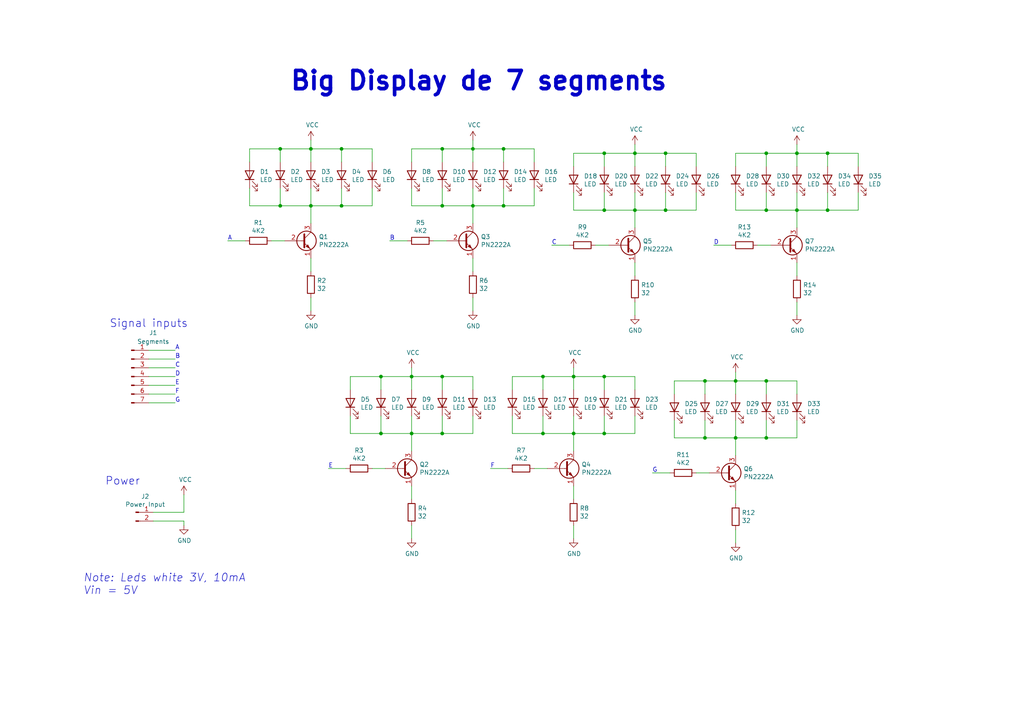
<source format=kicad_sch>
(kicad_sch (version 20211123) (generator eeschema)
  (paper "A4")
  (title_block (title "Big Display 7 segments") (date "2020-03-05") (rev "v1") (company "Alejandro Leyva"))
  (lib_symbols
    (symbol "Connector:Conn_01x02_Male" (pin_names (offset 1.016) hide)
      (property "Reference" "J" (at 0 2.54 0))
      (property "Value" "Conn_01x02_Male" (at 0 -5.08 0))
      (symbol "Conn_01x02_Male_1_1"
        (polyline (pts (xy 1.27 -2.54) (xy 0.8636 -2.54)) (stroke (width 0.1524)))
        (polyline (pts (xy 1.27 0) (xy 0.8636 0)) (stroke (width 0.1524)))
        (rectangle (start 0.8636 -2.413) (end 0 -2.667) (stroke (width 0.1524)) (fill (type outline)))
        (rectangle (start 0.8636 0.127) (end 0 -0.127) (stroke (width 0.1524)) (fill (type outline)))
        (pin passive line (at 5.08 0 180) (length 3.81) (name "Pin_1") (number "1"))
        (pin passive line (at 5.08 -2.54 180) (length 3.81) (name "Pin_2") (number "2"))
      )
    )
    (symbol "Connector:Conn_01x07_Male" (pin_names (offset 1.016) hide)
      (property "Reference" "J" (at 0 10.16 0))
      (property "Value" "Conn_01x07_Male" (at 0 -10.16 0))
      (symbol "Conn_01x07_Male_1_1"
        (polyline (pts (xy 1.27 -7.62) (xy 0.8636 -7.62)) (stroke (width 0.1524)))
        (polyline (pts (xy 1.27 -5.08) (xy 0.8636 -5.08)) (stroke (width 0.1524)))
        (polyline (pts (xy 1.27 -2.54) (xy 0.8636 -2.54)) (stroke (width 0.1524)))
        (polyline (pts (xy 1.27 0) (xy 0.8636 0)) (stroke (width 0.1524)))
        (polyline (pts (xy 1.27 2.54) (xy 0.8636 2.54)) (stroke (width 0.1524)))
        (polyline (pts (xy 1.27 5.08) (xy 0.8636 5.08)) (stroke (width 0.1524)))
        (polyline (pts (xy 1.27 7.62) (xy 0.8636 7.62)) (stroke (width 0.1524)))
        (rectangle (start 0.8636 -7.493) (end 0 -7.747) (stroke (width 0.1524)) (fill (type outline)))
        (rectangle (start 0.8636 -4.953) (end 0 -5.207) (stroke (width 0.1524)) (fill (type outline)))
        (rectangle (start 0.8636 -2.413) (end 0 -2.667) (stroke (width 0.1524)) (fill (type outline)))
        (rectangle (start 0.8636 0.127) (end 0 -0.127) (stroke (width 0.1524)) (fill (type outline)))
        (rectangle (start 0.8636 2.667) (end 0 2.413) (stroke (width 0.1524)) (fill (type outline)))
        (rectangle (start 0.8636 5.207) (end 0 4.953) (stroke (width 0.1524)) (fill (type outline)))
        (rectangle (start 0.8636 7.747) (end 0 7.493) (stroke (width 0.1524)) (fill (type outline)))
        (pin passive line (at 5.08 7.62 180) (length 3.81) (name "Pin_1") (number "1"))
        (pin passive line (at 5.08 5.08 180) (length 3.81) (name "Pin_2") (number "2"))
        (pin passive line (at 5.08 2.54 180) (length 3.81) (name "Pin_3") (number "3"))
        (pin passive line (at 5.08 0 180) (length 3.81) (name "Pin_4") (number "4"))
        (pin passive line (at 5.08 -2.54 180) (length 3.81) (name "Pin_5") (number "5"))
        (pin passive line (at 5.08 -5.08 180) (length 3.81) (name "Pin_6") (number "6"))
        (pin passive line (at 5.08 -7.62 180) (length 3.81) (name "Pin_7") (number "7"))
      )
    )
    (symbol "Device:LED" (pin_numbers hide) (pin_names (offset 1.016) hide)
      (property "Reference" "D" (at 0 2.54 0))
      (property "Value" "LED" (at 0 -2.54 0))
      (symbol "LED_0_1"
        (polyline (pts (xy -1.27 -1.27) (xy -1.27 1.27)) (stroke (width 0.254)))
        (polyline (pts (xy -1.27 0) (xy 1.27 0)))
        (polyline (pts (xy 1.27 -1.27) (xy 1.27 1.27) (xy -1.27 0) (xy 1.27 -1.27)) (stroke (width 0.254)))
        (polyline (pts (xy -3.048 -0.762) (xy -4.572 -2.286) (xy -3.81 -2.286) (xy -4.572 -2.286) (xy -4.572 -1.524)))
        (polyline (pts (xy -1.778 -0.762) (xy -3.302 -2.286) (xy -2.54 -2.286) (xy -3.302 -2.286) (xy -3.302 -1.524)))
      )
      (symbol "LED_1_1"
        (pin passive line (at -3.81 0 0) (length 2.54) (name "K") (number "1"))
        (pin passive line (at 3.81 0 180) (length 2.54) (name "A") (number "2"))
      )
    )
    (symbol "Device:R" (pin_numbers hide) (pin_names (offset 0))
      (property "Reference" "R" (at 2.032 0 90))
      (property "Value" "R" (at 0 0 90))
      (symbol "R_0_1"
        (rectangle (start -1.016 -2.54) (end 1.016 2.54) (stroke (width 0.254)))
      )
      (symbol "R_1_1"
        (pin passive line (at 0 3.81 270) (length 1.27) (name "~") (number "1"))
        (pin passive line (at 0 -3.81 90) (length 1.27) (name "~") (number "2"))
      )
    )
    (symbol "Transistor_BJT:PN2222A" (pin_names (offset 0) hide)
      (property "Reference" "Q" (at 5.08 1.905 0))
      (property "Value" "PN2222A" (at 5.08 0 0))
      (symbol "PN2222A_0_1"
        (polyline (pts (xy 0 0) (xy 0.635 0)))
        (polyline (pts (xy 2.54 -2.54) (xy 0.635 -0.635)))
        (polyline (pts (xy 2.54 2.54) (xy 0.635 0.635)))
        (polyline (pts (xy 0.635 1.905) (xy 0.635 -1.905) (xy 0.635 -1.905)) (stroke (width 0.508)))
        (polyline (pts (xy 2.413 -2.413) (xy 1.905 -1.905) (xy 1.905 -1.905)))
        (polyline (pts (xy 1.143 -1.651) (xy 1.651 -1.143) (xy 2.159 -2.159) (xy 1.143 -1.651) (xy 1.143 -1.651)) (fill (type outline)))
        (circle (center 1.27 0) (radius 2.8194) (stroke (width 0.254)))
      )
      (symbol "PN2222A_1_1"
        (pin passive line (at 2.54 -5.08 90) (length 2.54) (name "E") (number "1"))
        (pin input line (at -5.08 0 0) (length 5.08) (name "B") (number "2"))
        (pin passive line (at 2.54 5.08 270) (length 2.54) (name "C") (number "3"))
      )
    )
    (symbol "power:GND" (power) (pin_names (offset 0))
      (property "Value" "GND" (at 0 -3.81 0))
      (symbol "GND_0_1"
        (polyline (pts (xy 0 0) (xy 0 -1.27) (xy 1.27 -1.27) (xy 0 -2.54) (xy -1.27 -1.27) (xy 0 -1.27)))
      )
      (symbol "GND_1_1"
        (pin power_in line (at 0 0 270) (length 0) hide (name "GND") (number "1"))
      )
    )
    (symbol "power:VCC" (power) (pin_names (offset 0))
      (property "Value" "VCC" (at 0 3.81 0))
      (symbol "VCC_0_1"
        (polyline (pts (xy -0.762 1.27) (xy 0 2.54)))
        (polyline (pts (xy 0 0) (xy 0 2.54)))
        (polyline (pts (xy 0 2.54) (xy 0.762 1.27)))
      )
      (symbol "VCC_1_1"
        (pin power_in line (at 0 0 90) (length 0) hide (name "VCC") (number "1"))
      )
    )
  )
  (junction (at 90.17 59.69))
  (junction (at 166.37 109.22))
  (junction (at 157.48 125.73))
  (junction (at 128.27 59.69))
  (junction (at 175.26 125.73))
  (junction (at 128.27 43.18))
  (junction (at 119.38 125.73))
  (junction (at 175.26 109.22))
  (junction (at 222.25 44.45))
  (junction (at 157.48 109.22))
  (junction (at 128.27 109.22))
  (junction (at 90.17 43.18))
  (junction (at 213.36 127))
  (junction (at 110.49 125.73))
  (junction (at 146.05 43.18))
  (junction (at 128.27 125.73))
  (junction (at 175.26 60.96))
  (junction (at 99.06 43.18))
  (junction (at 175.26 44.45))
  (junction (at 166.37 125.73))
  (junction (at 99.06 59.69))
  (junction (at 231.14 60.96))
  (junction (at 137.16 43.18))
  (junction (at 222.25 127))
  (junction (at 184.15 44.45))
  (junction (at 222.25 110.49))
  (junction (at 193.04 44.45))
  (junction (at 110.49 109.22))
  (junction (at 184.15 60.96))
  (junction (at 137.16 59.69))
  (junction (at 146.05 59.69))
  (junction (at 119.38 109.22))
  (junction (at 240.03 60.96))
  (junction (at 204.47 127))
  (junction (at 213.36 110.49))
  (junction (at 204.47 110.49))
  (junction (at 193.04 60.96))
  (junction (at 231.14 44.45))
  (junction (at 81.28 43.18))
  (junction (at 240.03 44.45))
  (junction (at 222.25 60.96))
  (junction (at 81.28 59.69))
  (wire (pts (xy 128.27 43.18) (xy 137.16 43.18)))
  (wire (pts (xy 119.38 106.68) (xy 119.38 109.22)))
  (wire (pts (xy 213.36 142.24) (xy 213.36 146.05)))
  (wire (pts (xy 201.93 44.45) (xy 201.93 48.26)))
  (wire (pts (xy 166.37 109.22) (xy 175.26 109.22)))
  (wire (pts (xy 148.59 120.65) (xy 148.59 125.73)))
  (wire (pts (xy 119.38 46.99) (xy 119.38 43.18)))
  (wire (pts (xy 213.36 55.88) (xy 213.36 60.96)))
  (wire (pts (xy 231.14 55.88) (xy 231.14 60.96)))
  (wire (pts (xy 175.26 125.73) (xy 184.15 125.73)))
  (wire (pts (xy 184.15 44.45) (xy 193.04 44.45)))
  (wire (pts (xy 107.95 135.89) (xy 111.76 135.89)))
  (wire (pts (xy 107.95 59.69) (xy 107.95 54.61)))
  (wire (pts (xy 204.47 127) (xy 213.36 127)))
  (wire (pts (xy 166.37 60.96) (xy 175.26 60.96)))
  (wire (pts (xy 231.14 76.2) (xy 231.14 80.01)))
  (wire (pts (xy 99.06 59.69) (xy 107.95 59.69)))
  (wire (pts (xy 231.14 44.45) (xy 240.03 44.45)))
  (wire (pts (xy 204.47 114.3) (xy 204.47 110.49)))
  (wire (pts (xy 184.15 91.44) (xy 184.15 87.63)))
  (wire (pts (xy 81.28 59.69) (xy 90.17 59.69)))
  (wire (pts (xy 154.94 59.69) (xy 154.94 54.61)))
  (wire (pts (xy 146.05 59.69) (xy 154.94 59.69)))
  (wire (pts (xy 157.48 125.73) (xy 166.37 125.73)))
  (wire (pts (xy 66.04 69.85) (xy 71.12 69.85)))
  (wire (pts (xy 222.25 60.96) (xy 231.14 60.96)))
  (wire (pts (xy 119.38 130.81) (xy 119.38 125.73)))
  (wire (pts (xy 137.16 125.73) (xy 137.16 120.65)))
  (wire (pts (xy 119.38 125.73) (xy 128.27 125.73)))
  (wire (pts (xy 222.25 110.49) (xy 231.14 110.49)))
  (wire (pts (xy 101.6 113.03) (xy 101.6 109.22)))
  (wire (pts (xy 119.38 140.97) (xy 119.38 144.78)))
  (wire (pts (xy 113.03 69.85) (xy 118.11 69.85)))
  (wire (pts (xy 231.14 60.96) (xy 240.03 60.96)))
  (wire (pts (xy 184.15 109.22) (xy 184.15 113.03)))
  (wire (pts (xy 137.16 54.61) (xy 137.16 59.69)))
  (wire (pts (xy 99.06 43.18) (xy 107.95 43.18)))
  (wire (pts (xy 44.45 148.59) (xy 53.34 148.59)))
  (wire (pts (xy 90.17 64.77) (xy 90.17 59.69)))
  (wire (pts (xy 184.15 76.2) (xy 184.15 80.01)))
  (wire (pts (xy 128.27 125.73) (xy 137.16 125.73)))
  (wire (pts (xy 175.26 120.65) (xy 175.26 125.73)))
  (wire (pts (xy 146.05 54.61) (xy 146.05 59.69)))
  (wire (pts (xy 213.36 107.95) (xy 213.36 110.49)))
  (wire (pts (xy 204.47 121.92) (xy 204.47 127)))
  (wire (pts (xy 107.95 43.18) (xy 107.95 46.99)))
  (wire (pts (xy 119.38 43.18) (xy 128.27 43.18)))
  (wire (pts (xy 166.37 130.81) (xy 166.37 125.73)))
  (wire (pts (xy 195.58 127) (xy 204.47 127)))
  (wire (pts (xy 213.36 121.92) (xy 213.36 127)))
  (wire (pts (xy 195.58 110.49) (xy 204.47 110.49)))
  (wire (pts (xy 166.37 44.45) (xy 175.26 44.45)))
  (wire (pts (xy 101.6 109.22) (xy 110.49 109.22)))
  (wire (pts (xy 81.28 43.18) (xy 90.17 43.18)))
  (wire (pts (xy 110.49 120.65) (xy 110.49 125.73)))
  (wire (pts (xy 222.25 48.26) (xy 222.25 44.45)))
  (wire (pts (xy 53.34 151.13) (xy 53.34 152.4)))
  (wire (pts (xy 231.14 127) (xy 231.14 121.92)))
  (wire (pts (xy 137.16 40.64) (xy 137.16 43.18)))
  (wire (pts (xy 240.03 55.88) (xy 240.03 60.96)))
  (wire (pts (xy 43.18 104.14) (xy 50.8 104.14)))
  (wire (pts (xy 231.14 66.04) (xy 231.14 60.96)))
  (wire (pts (xy 184.15 41.91) (xy 184.15 44.45)))
  (wire (pts (xy 99.06 46.99) (xy 99.06 43.18)))
  (wire (pts (xy 248.92 60.96) (xy 248.92 55.88)))
  (wire (pts (xy 213.36 44.45) (xy 222.25 44.45)))
  (wire (pts (xy 184.15 55.88) (xy 184.15 60.96)))
  (wire (pts (xy 204.47 110.49) (xy 213.36 110.49)))
  (wire (pts (xy 43.18 114.3) (xy 50.8 114.3)))
  (wire (pts (xy 128.27 120.65) (xy 128.27 125.73)))
  (wire (pts (xy 184.15 66.04) (xy 184.15 60.96)))
  (wire (pts (xy 184.15 48.26) (xy 184.15 44.45)))
  (wire (pts (xy 81.28 46.99) (xy 81.28 43.18)))
  (wire (pts (xy 43.18 116.84) (xy 50.8 116.84)))
  (wire (pts (xy 119.38 59.69) (xy 128.27 59.69)))
  (wire (pts (xy 128.27 59.69) (xy 137.16 59.69)))
  (wire (pts (xy 240.03 48.26) (xy 240.03 44.45)))
  (wire (pts (xy 101.6 120.65) (xy 101.6 125.73)))
  (wire (pts (xy 240.03 44.45) (xy 248.92 44.45)))
  (wire (pts (xy 90.17 59.69) (xy 99.06 59.69)))
  (wire (pts (xy 193.04 55.88) (xy 193.04 60.96)))
  (wire (pts (xy 157.48 109.22) (xy 166.37 109.22)))
  (wire (pts (xy 90.17 90.17) (xy 90.17 86.36)))
  (wire (pts (xy 128.27 113.03) (xy 128.27 109.22)))
  (wire (pts (xy 175.26 44.45) (xy 184.15 44.45)))
  (wire (pts (xy 110.49 113.03) (xy 110.49 109.22)))
  (wire (pts (xy 172.72 71.12) (xy 176.53 71.12)))
  (wire (pts (xy 175.26 55.88) (xy 175.26 60.96)))
  (wire (pts (xy 119.38 54.61) (xy 119.38 59.69)))
  (wire (pts (xy 222.25 127) (xy 231.14 127)))
  (wire (pts (xy 128.27 109.22) (xy 137.16 109.22)))
  (wire (pts (xy 128.27 54.61) (xy 128.27 59.69)))
  (wire (pts (xy 193.04 48.26) (xy 193.04 44.45)))
  (wire (pts (xy 213.36 114.3) (xy 213.36 110.49)))
  (wire (pts (xy 137.16 59.69) (xy 146.05 59.69)))
  (wire (pts (xy 43.18 111.76) (xy 50.8 111.76)))
  (wire (pts (xy 90.17 74.93) (xy 90.17 78.74)))
  (wire (pts (xy 213.36 60.96) (xy 222.25 60.96)))
  (wire (pts (xy 213.36 132.08) (xy 213.36 127)))
  (wire (pts (xy 195.58 114.3) (xy 195.58 110.49)))
  (wire (pts (xy 231.14 48.26) (xy 231.14 44.45)))
  (wire (pts (xy 137.16 109.22) (xy 137.16 113.03)))
  (wire (pts (xy 53.34 148.59) (xy 53.34 143.51)))
  (wire (pts (xy 146.05 46.99) (xy 146.05 43.18)))
  (wire (pts (xy 184.15 60.96) (xy 193.04 60.96)))
  (wire (pts (xy 240.03 60.96) (xy 248.92 60.96)))
  (wire (pts (xy 166.37 55.88) (xy 166.37 60.96)))
  (wire (pts (xy 101.6 125.73) (xy 110.49 125.73)))
  (wire (pts (xy 166.37 140.97) (xy 166.37 144.78)))
  (wire (pts (xy 166.37 48.26) (xy 166.37 44.45)))
  (wire (pts (xy 148.59 113.03) (xy 148.59 109.22)))
  (wire (pts (xy 231.14 91.44) (xy 231.14 87.63)))
  (wire (pts (xy 142.24 135.89) (xy 147.32 135.89)))
  (wire (pts (xy 213.36 157.48) (xy 213.36 153.67)))
  (wire (pts (xy 213.36 127) (xy 222.25 127)))
  (wire (pts (xy 99.06 54.61) (xy 99.06 59.69)))
  (wire (pts (xy 78.74 69.85) (xy 82.55 69.85)))
  (wire (pts (xy 195.58 121.92) (xy 195.58 127)))
  (wire (pts (xy 81.28 54.61) (xy 81.28 59.69)))
  (wire (pts (xy 160.02 71.12) (xy 165.1 71.12)))
  (wire (pts (xy 146.05 43.18) (xy 154.94 43.18)))
  (wire (pts (xy 184.15 125.73) (xy 184.15 120.65)))
  (wire (pts (xy 157.48 113.03) (xy 157.48 109.22)))
  (wire (pts (xy 137.16 90.17) (xy 137.16 86.36)))
  (wire (pts (xy 137.16 43.18) (xy 146.05 43.18)))
  (wire (pts (xy 72.39 43.18) (xy 81.28 43.18)))
  (wire (pts (xy 148.59 125.73) (xy 157.48 125.73)))
  (wire (pts (xy 222.25 44.45) (xy 231.14 44.45)))
  (wire (pts (xy 119.38 120.65) (xy 119.38 125.73)))
  (wire (pts (xy 43.18 109.22) (xy 50.8 109.22)))
  (wire (pts (xy 119.38 109.22) (xy 128.27 109.22)))
  (wire (pts (xy 193.04 60.96) (xy 201.93 60.96)))
  (wire (pts (xy 222.25 114.3) (xy 222.25 110.49)))
  (wire (pts (xy 175.26 109.22) (xy 184.15 109.22)))
  (wire (pts (xy 189.23 137.16) (xy 194.31 137.16)))
  (wire (pts (xy 248.92 44.45) (xy 248.92 48.26)))
  (wire (pts (xy 166.37 106.68) (xy 166.37 109.22)))
  (wire (pts (xy 213.36 48.26) (xy 213.36 44.45)))
  (wire (pts (xy 175.26 48.26) (xy 175.26 44.45)))
  (wire (pts (xy 110.49 125.73) (xy 119.38 125.73)))
  (wire (pts (xy 154.94 43.18) (xy 154.94 46.99)))
  (wire (pts (xy 90.17 40.64) (xy 90.17 43.18)))
  (wire (pts (xy 95.25 135.89) (xy 100.33 135.89)))
  (wire (pts (xy 222.25 55.88) (xy 222.25 60.96)))
  (wire (pts (xy 72.39 54.61) (xy 72.39 59.69)))
  (wire (pts (xy 72.39 59.69) (xy 81.28 59.69)))
  (wire (pts (xy 157.48 120.65) (xy 157.48 125.73)))
  (wire (pts (xy 175.26 60.96) (xy 184.15 60.96)))
  (wire (pts (xy 137.16 64.77) (xy 137.16 59.69)))
  (wire (pts (xy 207.01 71.12) (xy 212.09 71.12)))
  (wire (pts (xy 175.26 113.03) (xy 175.26 109.22)))
  (wire (pts (xy 43.18 101.6) (xy 50.8 101.6)))
  (wire (pts (xy 44.45 151.13) (xy 53.34 151.13)))
  (wire (pts (xy 90.17 54.61) (xy 90.17 59.69)))
  (wire (pts (xy 166.37 120.65) (xy 166.37 125.73)))
  (wire (pts (xy 231.14 41.91) (xy 231.14 44.45)))
  (wire (pts (xy 166.37 113.03) (xy 166.37 109.22)))
  (wire (pts (xy 219.71 71.12) (xy 223.52 71.12)))
  (wire (pts (xy 222.25 121.92) (xy 222.25 127)))
  (wire (pts (xy 166.37 125.73) (xy 175.26 125.73)))
  (wire (pts (xy 231.14 110.49) (xy 231.14 114.3)))
  (wire (pts (xy 43.18 106.68) (xy 50.8 106.68)))
  (wire (pts (xy 119.38 156.21) (xy 119.38 152.4)))
  (wire (pts (xy 90.17 43.18) (xy 99.06 43.18)))
  (wire (pts (xy 137.16 46.99) (xy 137.16 43.18)))
  (wire (pts (xy 110.49 109.22) (xy 119.38 109.22)))
  (wire (pts (xy 90.17 46.99) (xy 90.17 43.18)))
  (wire (pts (xy 128.27 46.99) (xy 128.27 43.18)))
  (wire (pts (xy 193.04 44.45) (xy 201.93 44.45)))
  (wire (pts (xy 119.38 113.03) (xy 119.38 109.22)))
  (wire (pts (xy 72.39 46.99) (xy 72.39 43.18)))
  (wire (pts (xy 125.73 69.85) (xy 129.54 69.85)))
  (wire (pts (xy 166.37 156.21) (xy 166.37 152.4)))
  (wire (pts (xy 148.59 109.22) (xy 157.48 109.22)))
  (wire (pts (xy 154.94 135.89) (xy 158.75 135.89)))
  (wire (pts (xy 213.36 110.49) (xy 222.25 110.49)))
  (wire (pts (xy 201.93 137.16) (xy 205.74 137.16)))
  (wire (pts (xy 137.16 74.93) (xy 137.16 78.74)))
  (wire (pts (xy 201.93 60.96) (xy 201.93 55.88)))
  (text "Signal inputs" (at 31.75 95.25 0) (effects (font (size 2.2606 2.2606)) (justify left bottom)))
  (text "G" (at 189.23 137.16 0) (effects (font (size 1.27 1.27)) (justify left bottom)))
  (text "F" (at 142.24 135.89 0) (effects (font (size 1.27 1.27)) (justify left bottom)))
  (text "E" (at 95.25 135.89 0) (effects (font (size 1.27 1.27)) (justify left bottom)))
  (text "Big Display de 7 segments" (at 83.82 26.67 0) (effects (font (size 5.2832 5.2832) (thickness 1.0566) bold) (justify left bottom)))
  (text "C" (at 50.8 106.68 0) (effects (font (size 1.27 1.27)) (justify left bottom)))
  (text "B" (at 50.8 104.14 0) (effects (font (size 1.27 1.27)) (justify left bottom)))
  (text "F" (at 50.8 114.3 0) (effects (font (size 1.27 1.27)) (justify left bottom)))
  (text "C" (at 160.02 71.12 0) (effects (font (size 1.27 1.27)) (justify left bottom)))
  (text "Power" (at 30.48 140.97 0) (effects (font (size 2.2606 2.2606)) (justify left bottom)))
  (text "B" (at 113.03 69.85 0) (effects (font (size 1.27 1.27)) (justify left bottom)))
  (text "D" (at 207.01 71.12 0) (effects (font (size 1.27 1.27)) (justify left bottom)))
  (text "A" (at 50.8 101.6 0) (effects (font (size 1.27 1.27)) (justify left bottom)))
  (text "D" (at 50.8 109.22 0) (effects (font (size 1.27 1.27)) (justify left bottom)))
  (text "Note: Leds white 3V, 10mA\nVin = 5V" (at 24.13 172.72 0) (effects (font (size 2.286 2.286) italic) (justify left bottom)))
  (text "A" (at 66.04 69.85 0) (effects (font (size 1.27 1.27)) (justify left bottom)))
  (text "G" (at 50.8 116.84 0) (effects (font (size 1.27 1.27)) (justify left bottom)))
  (text "E" (at 50.8 111.76 0) (effects (font (size 1.27 1.27)) (justify left bottom)))
  (symbol (lib_id "Transistor_BJT:PN2222A") (at 87.63 69.85 0) (unit 1)
    (property "Reference" "Q1" (at 92.456 68.6816 0) (effects (justify left)))
    (property "Value" "PN2222A" (at 92.456 70.993 0) (effects (justify left)))
    (property "Footprint" "Package_TO_SOT_THT:TO-92_Inline" (effects hide))
    (property "Datasheet" "http://www.fairchildsemi.com/ds/PN/PN2222A.pdf" (effects hide))
  )
  (symbol (lib_id "Device:R") (at 74.93 69.85 270) (unit 1)
    (property "Reference" "R1" (at 74.93 64.5922 90))
    (property "Value" "4K2" (at 74.93 66.9036 90))
  )
  (symbol (lib_id "Device:R") (at 90.17 82.55 180) (unit 1)
    (property "Reference" "R2" (at 91.948 81.3816 0) (effects (justify right)))
    (property "Value" "32" (at 91.948 83.693 0) (effects (justify right)))
  )
  (symbol (lib_id "Device:LED") (at 72.39 50.8 90) (unit 1)
    (property "Reference" "D1" (at 75.3618 49.8094 90) (effects (justify right)))
    (property "Value" "LED" (at 75.3618 52.1208 90) (effects (justify right)))
  )
  (symbol (lib_id "Device:LED") (at 81.28 50.8 90) (unit 1)
    (property "Reference" "D2" (at 84.2518 49.8094 90) (effects (justify right)))
    (property "Value" "LED" (at 84.2518 52.1208 90) (effects (justify right)))
  )
  (symbol (lib_id "Device:LED") (at 90.17 50.8 90) (unit 1)
    (property "Reference" "D3" (at 93.1418 49.8094 90) (effects (justify right)))
    (property "Value" "LED" (at 93.1418 52.1208 90) (effects (justify right)))
  )
  (symbol (lib_id "Device:LED") (at 99.06 50.8 90) (unit 1)
    (property "Reference" "D4" (at 102.0318 49.8094 90) (effects (justify right)))
    (property "Value" "LED" (at 102.0318 52.1208 90) (effects (justify right)))
  )
  (symbol (lib_id "Device:LED") (at 107.95 50.8 90) (unit 1)
    (property "Reference" "D6" (at 110.9218 49.8094 90) (effects (justify right)))
    (property "Value" "LED" (at 110.9218 52.1208 90) (effects (justify right)))
  )
  (symbol (lib_id "power:GND") (at 90.17 90.17 0) (unit 1)
    (property "Reference" "#PWR04" (effects hide))
    (property "Value" "GND" (at 90.297 94.5642 0))
  )
  (symbol (lib_id "Connector:Conn_01x07_Male") (at 38.1 109.22 0) (unit 1)
    (property "Reference" "J1" (at 44.45 96.52 0))
    (property "Value" "Segments" (at 44.45 99.06 0))
  )
  (symbol (lib_id "power:VCC") (at 90.17 40.64 0) (unit 1)
    (property "Reference" "#PWR03" (effects hide))
    (property "Value" "VCC" (at 90.6018 36.2458 0))
  )
  (symbol (lib_id "Transistor_BJT:PN2222A") (at 134.62 69.85 0) (unit 1)
    (property "Reference" "Q3" (at 139.446 68.6816 0) (effects (justify left)))
    (property "Value" "PN2222A" (at 139.446 70.993 0) (effects (justify left)))
    (property "Footprint" "Package_TO_SOT_THT:TO-92_Inline" (effects hide))
    (property "Datasheet" "http://www.fairchildsemi.com/ds/PN/PN2222A.pdf" (effects hide))
  )
  (symbol (lib_id "Device:R") (at 121.92 69.85 270) (unit 1)
    (property "Reference" "R5" (at 121.92 64.5922 90))
    (property "Value" "4K2" (at 121.92 66.9036 90))
  )
  (symbol (lib_id "Device:R") (at 137.16 82.55 180) (unit 1)
    (property "Reference" "R6" (at 138.938 81.3816 0) (effects (justify right)))
    (property "Value" "32" (at 138.938 83.693 0) (effects (justify right)))
  )
  (symbol (lib_id "Device:LED") (at 119.38 50.8 90) (unit 1)
    (property "Reference" "D8" (at 122.3518 49.8094 90) (effects (justify right)))
    (property "Value" "LED" (at 122.3518 52.1208 90) (effects (justify right)))
  )
  (symbol (lib_id "Device:LED") (at 128.27 50.8 90) (unit 1)
    (property "Reference" "D10" (at 131.2418 49.8094 90) (effects (justify right)))
    (property "Value" "LED" (at 131.2418 52.1208 90) (effects (justify right)))
  )
  (symbol (lib_id "Device:LED") (at 137.16 50.8 90) (unit 1)
    (property "Reference" "D12" (at 140.1318 49.8094 90) (effects (justify right)))
    (property "Value" "LED" (at 140.1318 52.1208 90) (effects (justify right)))
  )
  (symbol (lib_id "Device:LED") (at 146.05 50.8 90) (unit 1)
    (property "Reference" "D14" (at 149.0218 49.8094 90) (effects (justify right)))
    (property "Value" "LED" (at 149.0218 52.1208 90) (effects (justify right)))
  )
  (symbol (lib_id "Device:LED") (at 154.94 50.8 90) (unit 1)
    (property "Reference" "D16" (at 157.9118 49.8094 90) (effects (justify right)))
    (property "Value" "LED" (at 157.9118 52.1208 90) (effects (justify right)))
  )
  (symbol (lib_id "power:GND") (at 137.16 90.17 0) (unit 1)
    (property "Reference" "#PWR08" (effects hide))
    (property "Value" "GND" (at 137.287 94.5642 0))
  )
  (symbol (lib_id "power:VCC") (at 137.16 40.64 0) (unit 1)
    (property "Reference" "#PWR07" (effects hide))
    (property "Value" "VCC" (at 137.5918 36.2458 0))
  )
  (symbol (lib_id "Transistor_BJT:PN2222A") (at 181.61 71.12 0) (unit 1)
    (property "Reference" "Q5" (at 186.436 69.9516 0) (effects (justify left)))
    (property "Value" "PN2222A" (at 186.436 72.263 0) (effects (justify left)))
    (property "Footprint" "Package_TO_SOT_THT:TO-92_Inline" (effects hide))
    (property "Datasheet" "http://www.fairchildsemi.com/ds/PN/PN2222A.pdf" (effects hide))
  )
  (symbol (lib_id "Device:R") (at 168.91 71.12 270) (unit 1)
    (property "Reference" "R9" (at 168.91 65.8622 90))
    (property "Value" "4K2" (at 168.91 68.1736 90))
  )
  (symbol (lib_id "Device:R") (at 184.15 83.82 180) (unit 1)
    (property "Reference" "R10" (at 185.928 82.6516 0) (effects (justify right)))
    (property "Value" "32" (at 185.928 84.963 0) (effects (justify right)))
  )
  (symbol (lib_id "Device:LED") (at 166.37 52.07 90) (unit 1)
    (property "Reference" "D18" (at 169.3418 51.0794 90) (effects (justify right)))
    (property "Value" "LED" (at 169.3418 53.3908 90) (effects (justify right)))
  )
  (symbol (lib_id "Device:LED") (at 175.26 52.07 90) (unit 1)
    (property "Reference" "D20" (at 178.2318 51.0794 90) (effects (justify right)))
    (property "Value" "LED" (at 178.2318 53.3908 90) (effects (justify right)))
  )
  (symbol (lib_id "Device:LED") (at 184.15 52.07 90) (unit 1)
    (property "Reference" "D22" (at 187.1218 51.0794 90) (effects (justify right)))
    (property "Value" "LED" (at 187.1218 53.3908 90) (effects (justify right)))
  )
  (symbol (lib_id "Device:LED") (at 193.04 52.07 90) (unit 1)
    (property "Reference" "D24" (at 196.0118 51.0794 90) (effects (justify right)))
    (property "Value" "LED" (at 196.0118 53.3908 90) (effects (justify right)))
  )
  (symbol (lib_id "Device:LED") (at 201.93 52.07 90) (unit 1)
    (property "Reference" "D26" (at 204.9018 51.0794 90) (effects (justify right)))
    (property "Value" "LED" (at 204.9018 53.3908 90) (effects (justify right)))
  )
  (symbol (lib_id "power:GND") (at 184.15 91.44 0) (unit 1)
    (property "Reference" "#PWR012" (effects hide))
    (property "Value" "GND" (at 184.277 95.8342 0))
  )
  (symbol (lib_id "power:VCC") (at 184.15 41.91 0) (unit 1)
    (property "Reference" "#PWR011" (effects hide))
    (property "Value" "VCC" (at 184.5818 37.5158 0))
  )
  (symbol (lib_id "Transistor_BJT:PN2222A") (at 228.6 71.12 0) (unit 1)
    (property "Reference" "Q7" (at 233.426 69.9516 0) (effects (justify left)))
    (property "Value" "PN2222A" (at 233.426 72.263 0) (effects (justify left)))
    (property "Footprint" "Package_TO_SOT_THT:TO-92_Inline" (effects hide))
    (property "Datasheet" "http://www.fairchildsemi.com/ds/PN/PN2222A.pdf" (effects hide))
  )
  (symbol (lib_id "Device:R") (at 215.9 71.12 270) (unit 1)
    (property "Reference" "R13" (at 215.9 65.8622 90))
    (property "Value" "4K2" (at 215.9 68.1736 90))
  )
  (symbol (lib_id "Device:R") (at 231.14 83.82 180) (unit 1)
    (property "Reference" "R14" (at 232.918 82.6516 0) (effects (justify right)))
    (property "Value" "32" (at 232.918 84.963 0) (effects (justify right)))
  )
  (symbol (lib_id "Device:LED") (at 213.36 52.07 90) (unit 1)
    (property "Reference" "D28" (at 216.3318 51.0794 90) (effects (justify right)))
    (property "Value" "LED" (at 216.3318 53.3908 90) (effects (justify right)))
  )
  (symbol (lib_id "Device:LED") (at 222.25 52.07 90) (unit 1)
    (property "Reference" "D30" (at 225.2218 51.0794 90) (effects (justify right)))
    (property "Value" "LED" (at 225.2218 53.3908 90) (effects (justify right)))
  )
  (symbol (lib_id "Device:LED") (at 231.14 52.07 90) (unit 1)
    (property "Reference" "D32" (at 234.1118 51.0794 90) (effects (justify right)))
    (property "Value" "LED" (at 234.1118 53.3908 90) (effects (justify right)))
  )
  (symbol (lib_id "Device:LED") (at 240.03 52.07 90) (unit 1)
    (property "Reference" "D34" (at 243.0018 51.0794 90) (effects (justify right)))
    (property "Value" "LED" (at 243.0018 53.3908 90) (effects (justify right)))
  )
  (symbol (lib_id "Device:LED") (at 248.92 52.07 90) (unit 1)
    (property "Reference" "D35" (at 251.8918 51.0794 90) (effects (justify right)))
    (property "Value" "LED" (at 251.8918 53.3908 90) (effects (justify right)))
  )
  (symbol (lib_id "power:GND") (at 231.14 91.44 0) (unit 1)
    (property "Reference" "#PWR016" (effects hide))
    (property "Value" "GND" (at 231.267 95.8342 0))
  )
  (symbol (lib_id "power:VCC") (at 231.14 41.91 0) (unit 1)
    (property "Reference" "#PWR015" (effects hide))
    (property "Value" "VCC" (at 231.5718 37.5158 0))
  )
  (symbol (lib_id "Transistor_BJT:PN2222A") (at 116.84 135.89 0) (unit 1)
    (property "Reference" "Q2" (at 121.666 134.7216 0) (effects (justify left)))
    (property "Value" "PN2222A" (at 121.666 137.033 0) (effects (justify left)))
    (property "Footprint" "Package_TO_SOT_THT:TO-92_Inline" (effects hide))
    (property "Datasheet" "http://www.fairchildsemi.com/ds/PN/PN2222A.pdf" (effects hide))
  )
  (symbol (lib_id "Device:R") (at 104.14 135.89 270) (unit 1)
    (property "Reference" "R3" (at 104.14 130.6322 90))
    (property "Value" "4K2" (at 104.14 132.9436 90))
  )
  (symbol (lib_id "Device:R") (at 119.38 148.59 180) (unit 1)
    (property "Reference" "R4" (at 121.158 147.4216 0) (effects (justify right)))
    (property "Value" "32" (at 121.158 149.733 0) (effects (justify right)))
  )
  (symbol (lib_id "Device:LED") (at 101.6 116.84 90) (unit 1)
    (property "Reference" "D5" (at 104.5718 115.8494 90) (effects (justify right)))
    (property "Value" "LED" (at 104.5718 118.1608 90) (effects (justify right)))
  )
  (symbol (lib_id "Device:LED") (at 110.49 116.84 90) (unit 1)
    (property "Reference" "D7" (at 113.4618 115.8494 90) (effects (justify right)))
    (property "Value" "LED" (at 113.4618 118.1608 90) (effects (justify right)))
  )
  (symbol (lib_id "Device:LED") (at 119.38 116.84 90) (unit 1)
    (property "Reference" "D9" (at 122.3518 115.8494 90) (effects (justify right)))
    (property "Value" "LED" (at 122.3518 118.1608 90) (effects (justify right)))
  )
  (symbol (lib_id "Device:LED") (at 128.27 116.84 90) (unit 1)
    (property "Reference" "D11" (at 131.2418 115.8494 90) (effects (justify right)))
    (property "Value" "LED" (at 131.2418 118.1608 90) (effects (justify right)))
  )
  (symbol (lib_id "Device:LED") (at 137.16 116.84 90) (unit 1)
    (property "Reference" "D13" (at 140.1318 115.8494 90) (effects (justify right)))
    (property "Value" "LED" (at 140.1318 118.1608 90) (effects (justify right)))
  )
  (symbol (lib_id "power:GND") (at 119.38 156.21 0) (unit 1)
    (property "Reference" "#PWR06" (effects hide))
    (property "Value" "GND" (at 119.507 160.6042 0))
  )
  (symbol (lib_id "power:VCC") (at 119.38 106.68 0) (unit 1)
    (property "Reference" "#PWR05" (effects hide))
    (property "Value" "VCC" (at 119.8118 102.2858 0))
  )
  (symbol (lib_id "Transistor_BJT:PN2222A") (at 163.83 135.89 0) (unit 1)
    (property "Reference" "Q4" (at 168.656 134.7216 0) (effects (justify left)))
    (property "Value" "PN2222A" (at 168.656 137.033 0) (effects (justify left)))
    (property "Footprint" "Package_TO_SOT_THT:TO-92_Inline" (effects hide))
    (property "Datasheet" "http://www.fairchildsemi.com/ds/PN/PN2222A.pdf" (effects hide))
  )
  (symbol (lib_id "Device:R") (at 151.13 135.89 270) (unit 1)
    (property "Reference" "R7" (at 151.13 130.6322 90))
    (property "Value" "4K2" (at 151.13 132.9436 90))
  )
  (symbol (lib_id "Device:R") (at 166.37 148.59 180) (unit 1)
    (property "Reference" "R8" (at 168.148 147.4216 0) (effects (justify right)))
    (property "Value" "32" (at 168.148 149.733 0) (effects (justify right)))
  )
  (symbol (lib_id "Device:LED") (at 148.59 116.84 90) (unit 1)
    (property "Reference" "D15" (at 151.5618 115.8494 90) (effects (justify right)))
    (property "Value" "LED" (at 151.5618 118.1608 90) (effects (justify right)))
  )
  (symbol (lib_id "Device:LED") (at 157.48 116.84 90) (unit 1)
    (property "Reference" "D17" (at 160.4518 115.8494 90) (effects (justify right)))
    (property "Value" "LED" (at 160.4518 118.1608 90) (effects (justify right)))
  )
  (symbol (lib_id "Device:LED") (at 166.37 116.84 90) (unit 1)
    (property "Reference" "D19" (at 169.3418 115.8494 90) (effects (justify right)))
    (property "Value" "LED" (at 169.3418 118.1608 90) (effects (justify right)))
  )
  (symbol (lib_id "Device:LED") (at 175.26 116.84 90) (unit 1)
    (property "Reference" "D21" (at 178.2318 115.8494 90) (effects (justify right)))
    (property "Value" "LED" (at 178.2318 118.1608 90) (effects (justify right)))
  )
  (symbol (lib_id "Device:LED") (at 184.15 116.84 90) (unit 1)
    (property "Reference" "D23" (at 187.1218 115.8494 90) (effects (justify right)))
    (property "Value" "LED" (at 187.1218 118.1608 90) (effects (justify right)))
  )
  (symbol (lib_id "power:GND") (at 166.37 156.21 0) (unit 1)
    (property "Reference" "#PWR010" (effects hide))
    (property "Value" "GND" (at 166.497 160.6042 0))
  )
  (symbol (lib_id "power:VCC") (at 166.37 106.68 0) (unit 1)
    (property "Reference" "#PWR09" (effects hide))
    (property "Value" "VCC" (at 166.8018 102.2858 0))
  )
  (symbol (lib_id "Transistor_BJT:PN2222A") (at 210.82 137.16 0) (unit 1)
    (property "Reference" "Q6" (at 215.646 135.9916 0) (effects (justify left)))
    (property "Value" "PN2222A" (at 215.646 138.303 0) (effects (justify left)))
    (property "Footprint" "Package_TO_SOT_THT:TO-92_Inline" (effects hide))
    (property "Datasheet" "http://www.fairchildsemi.com/ds/PN/PN2222A.pdf" (effects hide))
  )
  (symbol (lib_id "Device:R") (at 198.12 137.16 270) (unit 1)
    (property "Reference" "R11" (at 198.12 131.9022 90))
    (property "Value" "4K2" (at 198.12 134.2136 90))
  )
  (symbol (lib_id "Device:R") (at 213.36 149.86 180) (unit 1)
    (property "Reference" "R12" (at 215.138 148.6916 0) (effects (justify right)))
    (property "Value" "32" (at 215.138 151.003 0) (effects (justify right)))
  )
  (symbol (lib_id "Device:LED") (at 195.58 118.11 90) (unit 1)
    (property "Reference" "D25" (at 198.5518 117.1194 90) (effects (justify right)))
    (property "Value" "LED" (at 198.5518 119.4308 90) (effects (justify right)))
  )
  (symbol (lib_id "Device:LED") (at 204.47 118.11 90) (unit 1)
    (property "Reference" "D27" (at 207.4418 117.1194 90) (effects (justify right)))
    (property "Value" "LED" (at 207.4418 119.4308 90) (effects (justify right)))
  )
  (symbol (lib_id "Device:LED") (at 213.36 118.11 90) (unit 1)
    (property "Reference" "D29" (at 216.3318 117.1194 90) (effects (justify right)))
    (property "Value" "LED" (at 216.3318 119.4308 90) (effects (justify right)))
  )
  (symbol (lib_id "Device:LED") (at 222.25 118.11 90) (unit 1)
    (property "Reference" "D31" (at 225.2218 117.1194 90) (effects (justify right)))
    (property "Value" "LED" (at 225.2218 119.4308 90) (effects (justify right)))
  )
  (symbol (lib_id "Device:LED") (at 231.14 118.11 90) (unit 1)
    (property "Reference" "D33" (at 234.1118 117.1194 90) (effects (justify right)))
    (property "Value" "LED" (at 234.1118 119.4308 90) (effects (justify right)))
  )
  (symbol (lib_id "power:GND") (at 213.36 157.48 0) (unit 1)
    (property "Reference" "#PWR014" (effects hide))
    (property "Value" "GND" (at 213.487 161.8742 0))
  )
  (symbol (lib_id "power:VCC") (at 213.36 107.95 0) (unit 1)
    (property "Reference" "#PWR013" (effects hide))
    (property "Value" "VCC" (at 213.7918 103.5558 0))
  )
  (symbol (lib_id "Connector:Conn_01x02_Male") (at 39.37 148.59 0) (unit 1)
    (property "Reference" "J2" (at 42.1132 143.9926 0))
    (property "Value" "Power Input" (at 42.1132 146.304 0))
  )
  (symbol (lib_id "power:VCC") (at 53.34 143.51 0) (unit 1)
    (property "Reference" "#PWR01" (effects hide))
    (property "Value" "VCC" (at 53.7718 139.1158 0))
  )
  (symbol (lib_id "power:GND") (at 53.34 152.4 0) (unit 1)
    (property "Reference" "#PWR02" (effects hide))
    (property "Value" "GND" (at 53.467 156.7942 0))
  )
)
</source>
